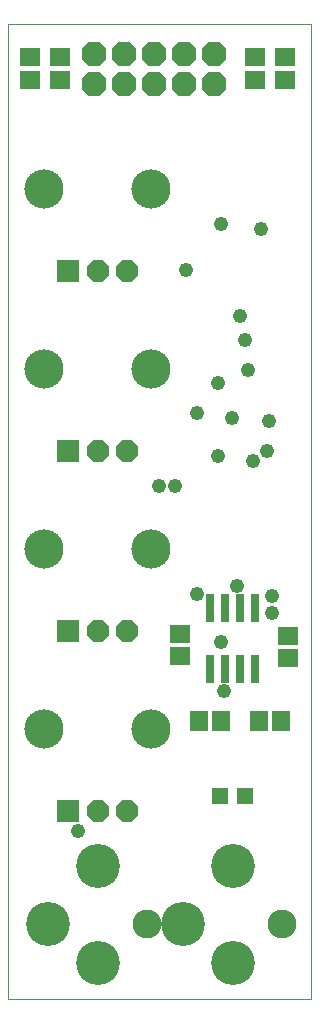
<source format=gts>
G75*
%MOIN*%
%OFA0B0*%
%FSLAX25Y25*%
%IPPOS*%
%LPD*%
%AMOC8*
5,1,8,0,0,1.08239X$1,22.5*
%
%ADD10C,0.00000*%
%ADD11R,0.06706X0.05918*%
%ADD12R,0.03162X0.09461*%
%ADD13C,0.14643*%
%ADD14C,0.09658*%
%ADD15R,0.05524X0.05524*%
%ADD16R,0.05918X0.06706*%
%ADD17R,0.07296X0.07296*%
%ADD18OC8,0.07296*%
%ADD19C,0.13068*%
%ADD20OC8,0.08200*%
%ADD21C,0.04800*%
D10*
X0001000Y0001000D02*
X0001000Y0325961D01*
X0102201Y0325961D01*
X0102201Y0001000D01*
X0001000Y0001000D01*
D11*
X0058629Y0115140D03*
X0058629Y0122620D03*
X0094538Y0121860D03*
X0094538Y0114380D03*
X0093500Y0307260D03*
X0093500Y0314740D03*
X0083500Y0314740D03*
X0083500Y0307260D03*
X0018500Y0307260D03*
X0018500Y0314740D03*
X0008500Y0314740D03*
X0008500Y0307260D03*
D12*
X0068500Y0131236D03*
X0073500Y0131236D03*
X0078500Y0131236D03*
X0083500Y0131236D03*
X0083500Y0110764D03*
X0078500Y0110764D03*
X0073500Y0110764D03*
X0068500Y0110764D03*
D13*
X0076000Y0045291D03*
X0076000Y0013008D03*
X0059465Y0026000D03*
X0031000Y0013008D03*
X0031000Y0045291D03*
X0014465Y0026000D03*
D14*
X0047535Y0026000D03*
X0092535Y0026000D03*
D15*
X0080134Y0068500D03*
X0071866Y0068500D03*
D16*
X0072240Y0093500D03*
X0064760Y0093500D03*
X0084760Y0093500D03*
X0092240Y0093500D03*
D17*
X0021157Y0123441D03*
X0021157Y0183441D03*
X0021157Y0243441D03*
X0021157Y0063441D03*
D18*
X0031000Y0063441D03*
X0040843Y0063441D03*
X0040843Y0123441D03*
X0031000Y0123441D03*
X0031000Y0183441D03*
X0040843Y0183441D03*
X0040843Y0243441D03*
X0031000Y0243441D03*
D19*
X0013283Y0271000D03*
X0013283Y0211000D03*
X0013283Y0151000D03*
X0013283Y0091000D03*
X0048717Y0091000D03*
X0048717Y0151000D03*
X0048717Y0211000D03*
X0048717Y0271000D03*
D20*
X0049748Y0306038D03*
X0049748Y0316038D03*
X0059748Y0316038D03*
X0059748Y0306038D03*
X0069748Y0306038D03*
X0069748Y0316038D03*
X0039748Y0316038D03*
X0039748Y0306038D03*
X0029748Y0306038D03*
X0029748Y0316038D03*
D21*
X0060400Y0244000D03*
X0072100Y0259300D03*
X0078400Y0228700D03*
X0080200Y0220600D03*
X0081100Y0210700D03*
X0075700Y0194500D03*
X0071200Y0206200D03*
X0064000Y0196300D03*
X0071200Y0181900D03*
X0082900Y0180100D03*
X0087400Y0183700D03*
X0088300Y0193600D03*
X0077500Y0138700D03*
X0072100Y0119800D03*
X0073000Y0103600D03*
X0064000Y0136000D03*
X0056800Y0172000D03*
X0051400Y0172000D03*
X0085600Y0257500D03*
X0089200Y0135100D03*
X0089200Y0129700D03*
X0024400Y0056800D03*
M02*

</source>
